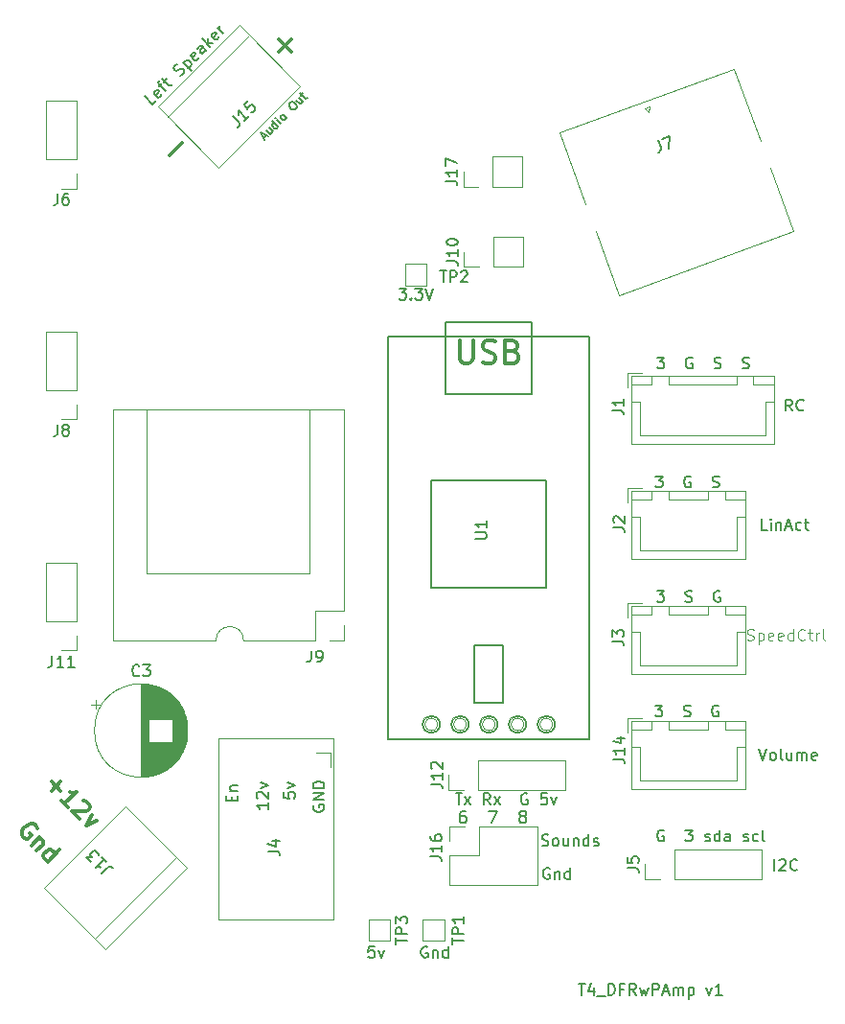
<source format=gbr>
G04 #@! TF.GenerationSoftware,KiCad,Pcbnew,(6.0.7)*
G04 #@! TF.CreationDate,2023-04-27T15:35:51-05:00*
G04 #@! TF.ProjectId,ControlBoardT4_DFminiSound_PowerAmp,436f6e74-726f-46c4-926f-61726454345f,rev?*
G04 #@! TF.SameCoordinates,Original*
G04 #@! TF.FileFunction,Legend,Top*
G04 #@! TF.FilePolarity,Positive*
%FSLAX46Y46*%
G04 Gerber Fmt 4.6, Leading zero omitted, Abs format (unit mm)*
G04 Created by KiCad (PCBNEW (6.0.7)) date 2023-04-27 15:35:51*
%MOMM*%
%LPD*%
G01*
G04 APERTURE LIST*
%ADD10C,0.300000*%
%ADD11C,0.150000*%
%ADD12C,0.350000*%
%ADD13C,0.152400*%
%ADD14C,0.120000*%
G04 APERTURE END LIST*
D10*
X111073477Y-140837816D02*
X111022969Y-140686294D01*
X110871446Y-140534771D01*
X110669416Y-140433755D01*
X110467385Y-140433755D01*
X110315862Y-140484263D01*
X110063324Y-140635786D01*
X109911801Y-140787309D01*
X109760278Y-141039847D01*
X109709771Y-141191370D01*
X109709771Y-141393400D01*
X109810786Y-141595431D01*
X109911801Y-141696446D01*
X110113832Y-141797461D01*
X110214847Y-141797461D01*
X110568400Y-141443908D01*
X110366370Y-141241877D01*
X111275507Y-141645938D02*
X110568400Y-142353045D01*
X111174492Y-141746954D02*
X111275507Y-141746954D01*
X111427030Y-141797461D01*
X111578553Y-141948984D01*
X111629061Y-142100507D01*
X111578553Y-142252030D01*
X111022969Y-142807614D01*
X111982614Y-143767259D02*
X113043274Y-142706599D01*
X112033122Y-143716751D02*
X111881599Y-143666244D01*
X111679568Y-143464213D01*
X111629061Y-143312690D01*
X111629061Y-143211675D01*
X111679568Y-143060152D01*
X111982614Y-142757106D01*
X112134137Y-142706599D01*
X112235152Y-142706599D01*
X112386675Y-142757106D01*
X112588705Y-142959137D01*
X112639213Y-143110660D01*
D11*
X131034859Y-79881916D02*
X131287398Y-79629378D01*
X131135875Y-80083947D02*
X130782321Y-79376840D01*
X131489428Y-79730393D01*
X131539936Y-78972779D02*
X131893489Y-79326332D01*
X131312651Y-79200063D02*
X131590443Y-79477855D01*
X131666205Y-79503109D01*
X131741966Y-79477855D01*
X131817728Y-79402094D01*
X131842981Y-79326332D01*
X131842981Y-79275825D01*
X132373312Y-78846510D02*
X131842981Y-78316180D01*
X132348058Y-78821256D02*
X132322804Y-78897018D01*
X132221789Y-78998033D01*
X132146027Y-79023287D01*
X132095520Y-79023287D01*
X132019758Y-78998033D01*
X131868235Y-78846510D01*
X131842981Y-78770748D01*
X131842981Y-78720241D01*
X131868235Y-78644479D01*
X131969251Y-78543464D01*
X132045012Y-78518210D01*
X132625850Y-78593972D02*
X132272296Y-78240418D01*
X132095520Y-78063642D02*
X132095520Y-78114149D01*
X132146027Y-78114149D01*
X132146027Y-78063642D01*
X132095520Y-78063642D01*
X132146027Y-78114149D01*
X132954149Y-78265672D02*
X132878388Y-78290926D01*
X132827880Y-78290926D01*
X132752119Y-78265672D01*
X132600596Y-78114149D01*
X132575342Y-78038388D01*
X132575342Y-77987880D01*
X132600596Y-77912119D01*
X132676357Y-77836357D01*
X132752119Y-77811104D01*
X132802626Y-77811104D01*
X132878388Y-77836357D01*
X133029911Y-77987880D01*
X133055165Y-78063642D01*
X133055165Y-78114149D01*
X133029911Y-78189911D01*
X132954149Y-78265672D01*
X133332956Y-76826205D02*
X133433972Y-76725190D01*
X133509733Y-76699936D01*
X133610748Y-76699936D01*
X133737018Y-76775697D01*
X133913794Y-76952474D01*
X133989556Y-77078743D01*
X133989556Y-77179758D01*
X133964302Y-77255520D01*
X133863287Y-77356535D01*
X133787525Y-77381789D01*
X133686510Y-77381789D01*
X133560241Y-77306027D01*
X133383464Y-77129251D01*
X133307703Y-77002981D01*
X133307703Y-76901966D01*
X133332956Y-76826205D01*
X134191586Y-76321129D02*
X134545140Y-76674682D01*
X133964302Y-76548413D02*
X134242094Y-76826205D01*
X134317855Y-76851459D01*
X134393617Y-76826205D01*
X134469378Y-76750443D01*
X134494632Y-76674682D01*
X134494632Y-76624174D01*
X134368363Y-76144352D02*
X134570393Y-75942321D01*
X134267348Y-75891814D02*
X134721916Y-76346382D01*
X134797678Y-76371636D01*
X134873439Y-76346382D01*
X134923947Y-76295875D01*
X165870357Y-99242380D02*
X166489404Y-99242380D01*
X166156071Y-99623333D01*
X166298928Y-99623333D01*
X166394166Y-99670952D01*
X166441785Y-99718571D01*
X166489404Y-99813809D01*
X166489404Y-100051904D01*
X166441785Y-100147142D01*
X166394166Y-100194761D01*
X166298928Y-100242380D01*
X166013214Y-100242380D01*
X165917976Y-100194761D01*
X165870357Y-100147142D01*
X168965595Y-99290000D02*
X168870357Y-99242380D01*
X168727500Y-99242380D01*
X168584642Y-99290000D01*
X168489404Y-99385238D01*
X168441785Y-99480476D01*
X168394166Y-99670952D01*
X168394166Y-99813809D01*
X168441785Y-100004285D01*
X168489404Y-100099523D01*
X168584642Y-100194761D01*
X168727500Y-100242380D01*
X168822738Y-100242380D01*
X168965595Y-100194761D01*
X169013214Y-100147142D01*
X169013214Y-99813809D01*
X168822738Y-99813809D01*
X170917976Y-100194761D02*
X171060833Y-100242380D01*
X171298928Y-100242380D01*
X171394166Y-100194761D01*
X171441785Y-100147142D01*
X171489404Y-100051904D01*
X171489404Y-99956666D01*
X171441785Y-99861428D01*
X171394166Y-99813809D01*
X171298928Y-99766190D01*
X171108452Y-99718571D01*
X171013214Y-99670952D01*
X170965595Y-99623333D01*
X170917976Y-99528095D01*
X170917976Y-99432857D01*
X170965595Y-99337619D01*
X171013214Y-99290000D01*
X171108452Y-99242380D01*
X171346547Y-99242380D01*
X171489404Y-99290000D01*
X173394166Y-100194761D02*
X173537023Y-100242380D01*
X173775119Y-100242380D01*
X173870357Y-100194761D01*
X173917976Y-100147142D01*
X173965595Y-100051904D01*
X173965595Y-99956666D01*
X173917976Y-99861428D01*
X173870357Y-99813809D01*
X173775119Y-99766190D01*
X173584642Y-99718571D01*
X173489404Y-99670952D01*
X173441785Y-99623333D01*
X173394166Y-99528095D01*
X173394166Y-99432857D01*
X173441785Y-99337619D01*
X173489404Y-99290000D01*
X173584642Y-99242380D01*
X173822738Y-99242380D01*
X173965595Y-99290000D01*
X165710357Y-109742380D02*
X166329404Y-109742380D01*
X165996071Y-110123333D01*
X166138928Y-110123333D01*
X166234166Y-110170952D01*
X166281785Y-110218571D01*
X166329404Y-110313809D01*
X166329404Y-110551904D01*
X166281785Y-110647142D01*
X166234166Y-110694761D01*
X166138928Y-110742380D01*
X165853214Y-110742380D01*
X165757976Y-110694761D01*
X165710357Y-110647142D01*
X168805595Y-109790000D02*
X168710357Y-109742380D01*
X168567500Y-109742380D01*
X168424642Y-109790000D01*
X168329404Y-109885238D01*
X168281785Y-109980476D01*
X168234166Y-110170952D01*
X168234166Y-110313809D01*
X168281785Y-110504285D01*
X168329404Y-110599523D01*
X168424642Y-110694761D01*
X168567500Y-110742380D01*
X168662738Y-110742380D01*
X168805595Y-110694761D01*
X168853214Y-110647142D01*
X168853214Y-110313809D01*
X168662738Y-110313809D01*
X170757976Y-110694761D02*
X170900833Y-110742380D01*
X171138928Y-110742380D01*
X171234166Y-110694761D01*
X171281785Y-110647142D01*
X171329404Y-110551904D01*
X171329404Y-110456666D01*
X171281785Y-110361428D01*
X171234166Y-110313809D01*
X171138928Y-110266190D01*
X170948452Y-110218571D01*
X170853214Y-110170952D01*
X170805595Y-110123333D01*
X170757976Y-110028095D01*
X170757976Y-109932857D01*
X170805595Y-109837619D01*
X170853214Y-109790000D01*
X170948452Y-109742380D01*
X171186547Y-109742380D01*
X171329404Y-109790000D01*
X165700357Y-129972380D02*
X166319404Y-129972380D01*
X165986071Y-130353333D01*
X166128928Y-130353333D01*
X166224166Y-130400952D01*
X166271785Y-130448571D01*
X166319404Y-130543809D01*
X166319404Y-130781904D01*
X166271785Y-130877142D01*
X166224166Y-130924761D01*
X166128928Y-130972380D01*
X165843214Y-130972380D01*
X165747976Y-130924761D01*
X165700357Y-130877142D01*
X168224166Y-130924761D02*
X168367023Y-130972380D01*
X168605119Y-130972380D01*
X168700357Y-130924761D01*
X168747976Y-130877142D01*
X168795595Y-130781904D01*
X168795595Y-130686666D01*
X168747976Y-130591428D01*
X168700357Y-130543809D01*
X168605119Y-130496190D01*
X168414642Y-130448571D01*
X168319404Y-130400952D01*
X168271785Y-130353333D01*
X168224166Y-130258095D01*
X168224166Y-130162857D01*
X168271785Y-130067619D01*
X168319404Y-130020000D01*
X168414642Y-129972380D01*
X168652738Y-129972380D01*
X168795595Y-130020000D01*
X171271785Y-130020000D02*
X171176547Y-129972380D01*
X171033690Y-129972380D01*
X170890833Y-130020000D01*
X170795595Y-130115238D01*
X170747976Y-130210476D01*
X170700357Y-130400952D01*
X170700357Y-130543809D01*
X170747976Y-130734285D01*
X170795595Y-130829523D01*
X170890833Y-130924761D01*
X171033690Y-130972380D01*
X171128928Y-130972380D01*
X171271785Y-130924761D01*
X171319404Y-130877142D01*
X171319404Y-130543809D01*
X171128928Y-130543809D01*
X166434404Y-141025000D02*
X166339166Y-140977380D01*
X166196309Y-140977380D01*
X166053452Y-141025000D01*
X165958214Y-141120238D01*
X165910595Y-141215476D01*
X165862976Y-141405952D01*
X165862976Y-141548809D01*
X165910595Y-141739285D01*
X165958214Y-141834523D01*
X166053452Y-141929761D01*
X166196309Y-141977380D01*
X166291547Y-141977380D01*
X166434404Y-141929761D01*
X166482023Y-141882142D01*
X166482023Y-141548809D01*
X166291547Y-141548809D01*
X168339166Y-140977380D02*
X168958214Y-140977380D01*
X168624880Y-141358333D01*
X168767738Y-141358333D01*
X168862976Y-141405952D01*
X168910595Y-141453571D01*
X168958214Y-141548809D01*
X168958214Y-141786904D01*
X168910595Y-141882142D01*
X168862976Y-141929761D01*
X168767738Y-141977380D01*
X168482023Y-141977380D01*
X168386785Y-141929761D01*
X168339166Y-141882142D01*
X170101071Y-141929761D02*
X170196309Y-141977380D01*
X170386785Y-141977380D01*
X170482023Y-141929761D01*
X170529642Y-141834523D01*
X170529642Y-141786904D01*
X170482023Y-141691666D01*
X170386785Y-141644047D01*
X170243928Y-141644047D01*
X170148690Y-141596428D01*
X170101071Y-141501190D01*
X170101071Y-141453571D01*
X170148690Y-141358333D01*
X170243928Y-141310714D01*
X170386785Y-141310714D01*
X170482023Y-141358333D01*
X171386785Y-141977380D02*
X171386785Y-140977380D01*
X171386785Y-141929761D02*
X171291547Y-141977380D01*
X171101071Y-141977380D01*
X171005833Y-141929761D01*
X170958214Y-141882142D01*
X170910595Y-141786904D01*
X170910595Y-141501190D01*
X170958214Y-141405952D01*
X171005833Y-141358333D01*
X171101071Y-141310714D01*
X171291547Y-141310714D01*
X171386785Y-141358333D01*
X172291547Y-141977380D02*
X172291547Y-141453571D01*
X172243928Y-141358333D01*
X172148690Y-141310714D01*
X171958214Y-141310714D01*
X171862976Y-141358333D01*
X172291547Y-141929761D02*
X172196309Y-141977380D01*
X171958214Y-141977380D01*
X171862976Y-141929761D01*
X171815357Y-141834523D01*
X171815357Y-141739285D01*
X171862976Y-141644047D01*
X171958214Y-141596428D01*
X172196309Y-141596428D01*
X172291547Y-141548809D01*
X173482023Y-141929761D02*
X173577261Y-141977380D01*
X173767738Y-141977380D01*
X173862976Y-141929761D01*
X173910595Y-141834523D01*
X173910595Y-141786904D01*
X173862976Y-141691666D01*
X173767738Y-141644047D01*
X173624880Y-141644047D01*
X173529642Y-141596428D01*
X173482023Y-141501190D01*
X173482023Y-141453571D01*
X173529642Y-141358333D01*
X173624880Y-141310714D01*
X173767738Y-141310714D01*
X173862976Y-141358333D01*
X174767738Y-141929761D02*
X174672500Y-141977380D01*
X174482023Y-141977380D01*
X174386785Y-141929761D01*
X174339166Y-141882142D01*
X174291547Y-141786904D01*
X174291547Y-141501190D01*
X174339166Y-141405952D01*
X174386785Y-141358333D01*
X174482023Y-141310714D01*
X174672500Y-141310714D01*
X174767738Y-141358333D01*
X175339166Y-141977380D02*
X175243928Y-141929761D01*
X175196309Y-141834523D01*
X175196309Y-140977380D01*
X165830357Y-119842380D02*
X166449404Y-119842380D01*
X166116071Y-120223333D01*
X166258928Y-120223333D01*
X166354166Y-120270952D01*
X166401785Y-120318571D01*
X166449404Y-120413809D01*
X166449404Y-120651904D01*
X166401785Y-120747142D01*
X166354166Y-120794761D01*
X166258928Y-120842380D01*
X165973214Y-120842380D01*
X165877976Y-120794761D01*
X165830357Y-120747142D01*
X168354166Y-120794761D02*
X168497023Y-120842380D01*
X168735119Y-120842380D01*
X168830357Y-120794761D01*
X168877976Y-120747142D01*
X168925595Y-120651904D01*
X168925595Y-120556666D01*
X168877976Y-120461428D01*
X168830357Y-120413809D01*
X168735119Y-120366190D01*
X168544642Y-120318571D01*
X168449404Y-120270952D01*
X168401785Y-120223333D01*
X168354166Y-120128095D01*
X168354166Y-120032857D01*
X168401785Y-119937619D01*
X168449404Y-119890000D01*
X168544642Y-119842380D01*
X168782738Y-119842380D01*
X168925595Y-119890000D01*
X171401785Y-119890000D02*
X171306547Y-119842380D01*
X171163690Y-119842380D01*
X171020833Y-119890000D01*
X170925595Y-119985238D01*
X170877976Y-120080476D01*
X170830357Y-120270952D01*
X170830357Y-120413809D01*
X170877976Y-120604285D01*
X170925595Y-120699523D01*
X171020833Y-120794761D01*
X171163690Y-120842380D01*
X171258928Y-120842380D01*
X171401785Y-120794761D01*
X171449404Y-120747142D01*
X171449404Y-120413809D01*
X171258928Y-120413809D01*
D10*
X112330963Y-136707486D02*
X113139086Y-137515608D01*
X112330963Y-137515608D02*
X113139086Y-136707486D01*
X113795685Y-138980330D02*
X113189593Y-138374238D01*
X113492639Y-138677284D02*
X114553299Y-137616624D01*
X114300761Y-137667131D01*
X114098730Y-137667131D01*
X113947208Y-137616624D01*
X115159391Y-138424746D02*
X115260406Y-138424746D01*
X115411929Y-138475253D01*
X115664467Y-138727791D01*
X115714975Y-138879314D01*
X115714975Y-138980330D01*
X115664467Y-139131852D01*
X115563452Y-139232868D01*
X115361421Y-139333883D01*
X114149238Y-139333883D01*
X114805837Y-139990482D01*
X115866497Y-139636929D02*
X115411929Y-140596574D01*
X116371574Y-140142005D01*
X148426190Y-97764761D02*
X148426190Y-99383809D01*
X148521428Y-99574285D01*
X148616666Y-99669523D01*
X148807142Y-99764761D01*
X149188095Y-99764761D01*
X149378571Y-99669523D01*
X149473809Y-99574285D01*
X149569047Y-99383809D01*
X149569047Y-97764761D01*
X150426190Y-99669523D02*
X150711904Y-99764761D01*
X151188095Y-99764761D01*
X151378571Y-99669523D01*
X151473809Y-99574285D01*
X151569047Y-99383809D01*
X151569047Y-99193333D01*
X151473809Y-99002857D01*
X151378571Y-98907619D01*
X151188095Y-98812380D01*
X150807142Y-98717142D01*
X150616666Y-98621904D01*
X150521428Y-98526666D01*
X150426190Y-98336190D01*
X150426190Y-98145714D01*
X150521428Y-97955238D01*
X150616666Y-97860000D01*
X150807142Y-97764761D01*
X151283333Y-97764761D01*
X151569047Y-97860000D01*
X153092857Y-98717142D02*
X153378571Y-98812380D01*
X153473809Y-98907619D01*
X153569047Y-99098095D01*
X153569047Y-99383809D01*
X153473809Y-99574285D01*
X153378571Y-99669523D01*
X153188095Y-99764761D01*
X152426190Y-99764761D01*
X152426190Y-97764761D01*
X153092857Y-97764761D01*
X153283333Y-97860000D01*
X153378571Y-97955238D01*
X153473809Y-98145714D01*
X153473809Y-98336190D01*
X153378571Y-98526666D01*
X153283333Y-98621904D01*
X153092857Y-98717142D01*
X152426190Y-98717142D01*
D11*
X156337142Y-144380000D02*
X156241904Y-144332380D01*
X156099047Y-144332380D01*
X155956190Y-144380000D01*
X155860952Y-144475238D01*
X155813333Y-144570476D01*
X155765714Y-144760952D01*
X155765714Y-144903809D01*
X155813333Y-145094285D01*
X155860952Y-145189523D01*
X155956190Y-145284761D01*
X156099047Y-145332380D01*
X156194285Y-145332380D01*
X156337142Y-145284761D01*
X156384761Y-145237142D01*
X156384761Y-144903809D01*
X156194285Y-144903809D01*
X156813333Y-144665714D02*
X156813333Y-145332380D01*
X156813333Y-144760952D02*
X156860952Y-144713333D01*
X156956190Y-144665714D01*
X157099047Y-144665714D01*
X157194285Y-144713333D01*
X157241904Y-144808571D01*
X157241904Y-145332380D01*
X158146666Y-145332380D02*
X158146666Y-144332380D01*
X158146666Y-145284761D02*
X158051428Y-145332380D01*
X157860952Y-145332380D01*
X157765714Y-145284761D01*
X157718095Y-145237142D01*
X157670476Y-145141904D01*
X157670476Y-144856190D01*
X157718095Y-144760952D01*
X157765714Y-144713333D01*
X157860952Y-144665714D01*
X158051428Y-144665714D01*
X158146666Y-144713333D01*
D12*
X132404267Y-72267763D02*
X133481763Y-71190267D01*
X133481763Y-72267763D02*
X132404267Y-71190267D01*
D11*
X148053809Y-137742380D02*
X148625238Y-137742380D01*
X148339523Y-138742380D02*
X148339523Y-137742380D01*
X148863333Y-138742380D02*
X149387142Y-138075714D01*
X148863333Y-138075714D02*
X149387142Y-138742380D01*
X151101428Y-138742380D02*
X150768095Y-138266190D01*
X150530000Y-138742380D02*
X150530000Y-137742380D01*
X150910952Y-137742380D01*
X151006190Y-137790000D01*
X151053809Y-137837619D01*
X151101428Y-137932857D01*
X151101428Y-138075714D01*
X151053809Y-138170952D01*
X151006190Y-138218571D01*
X150910952Y-138266190D01*
X150530000Y-138266190D01*
X151434761Y-138742380D02*
X151958571Y-138075714D01*
X151434761Y-138075714D02*
X151958571Y-138742380D01*
X154387142Y-137790000D02*
X154291904Y-137742380D01*
X154149047Y-137742380D01*
X154006190Y-137790000D01*
X153910952Y-137885238D01*
X153863333Y-137980476D01*
X153815714Y-138170952D01*
X153815714Y-138313809D01*
X153863333Y-138504285D01*
X153910952Y-138599523D01*
X154006190Y-138694761D01*
X154149047Y-138742380D01*
X154244285Y-138742380D01*
X154387142Y-138694761D01*
X154434761Y-138647142D01*
X154434761Y-138313809D01*
X154244285Y-138313809D01*
X156101428Y-137742380D02*
X155625238Y-137742380D01*
X155577619Y-138218571D01*
X155625238Y-138170952D01*
X155720476Y-138123333D01*
X155958571Y-138123333D01*
X156053809Y-138170952D01*
X156101428Y-138218571D01*
X156149047Y-138313809D01*
X156149047Y-138551904D01*
X156101428Y-138647142D01*
X156053809Y-138694761D01*
X155958571Y-138742380D01*
X155720476Y-138742380D01*
X155625238Y-138694761D01*
X155577619Y-138647142D01*
X156482380Y-138075714D02*
X156720476Y-138742380D01*
X156958571Y-138075714D01*
X158919047Y-154552380D02*
X159490476Y-154552380D01*
X159204761Y-155552380D02*
X159204761Y-154552380D01*
X160252380Y-154885714D02*
X160252380Y-155552380D01*
X160014285Y-154504761D02*
X159776190Y-155219047D01*
X160395238Y-155219047D01*
X160538095Y-155647619D02*
X161300000Y-155647619D01*
X161538095Y-155552380D02*
X161538095Y-154552380D01*
X161776190Y-154552380D01*
X161919047Y-154600000D01*
X162014285Y-154695238D01*
X162061904Y-154790476D01*
X162109523Y-154980952D01*
X162109523Y-155123809D01*
X162061904Y-155314285D01*
X162014285Y-155409523D01*
X161919047Y-155504761D01*
X161776190Y-155552380D01*
X161538095Y-155552380D01*
X162871428Y-155028571D02*
X162538095Y-155028571D01*
X162538095Y-155552380D02*
X162538095Y-154552380D01*
X163014285Y-154552380D01*
X163966666Y-155552380D02*
X163633333Y-155076190D01*
X163395238Y-155552380D02*
X163395238Y-154552380D01*
X163776190Y-154552380D01*
X163871428Y-154600000D01*
X163919047Y-154647619D01*
X163966666Y-154742857D01*
X163966666Y-154885714D01*
X163919047Y-154980952D01*
X163871428Y-155028571D01*
X163776190Y-155076190D01*
X163395238Y-155076190D01*
X164300000Y-154885714D02*
X164490476Y-155552380D01*
X164680952Y-155076190D01*
X164871428Y-155552380D01*
X165061904Y-154885714D01*
X165442857Y-155552380D02*
X165442857Y-154552380D01*
X165823809Y-154552380D01*
X165919047Y-154600000D01*
X165966666Y-154647619D01*
X166014285Y-154742857D01*
X166014285Y-154885714D01*
X165966666Y-154980952D01*
X165919047Y-155028571D01*
X165823809Y-155076190D01*
X165442857Y-155076190D01*
X166395238Y-155266666D02*
X166871428Y-155266666D01*
X166300000Y-155552380D02*
X166633333Y-154552380D01*
X166966666Y-155552380D01*
X167300000Y-155552380D02*
X167300000Y-154885714D01*
X167300000Y-154980952D02*
X167347619Y-154933333D01*
X167442857Y-154885714D01*
X167585714Y-154885714D01*
X167680952Y-154933333D01*
X167728571Y-155028571D01*
X167728571Y-155552380D01*
X167728571Y-155028571D02*
X167776190Y-154933333D01*
X167871428Y-154885714D01*
X168014285Y-154885714D01*
X168109523Y-154933333D01*
X168157142Y-155028571D01*
X168157142Y-155552380D01*
X168633333Y-154885714D02*
X168633333Y-155885714D01*
X168633333Y-154933333D02*
X168728571Y-154885714D01*
X168919047Y-154885714D01*
X169014285Y-154933333D01*
X169061904Y-154980952D01*
X169109523Y-155076190D01*
X169109523Y-155361904D01*
X169061904Y-155457142D01*
X169014285Y-155504761D01*
X168919047Y-155552380D01*
X168728571Y-155552380D01*
X168633333Y-155504761D01*
X170204761Y-154885714D02*
X170442857Y-155552380D01*
X170680952Y-154885714D01*
X171585714Y-155552380D02*
X171014285Y-155552380D01*
X171300000Y-155552380D02*
X171300000Y-154552380D01*
X171204761Y-154695238D01*
X171109523Y-154790476D01*
X171014285Y-154838095D01*
X155660000Y-142334761D02*
X155802857Y-142382380D01*
X156040952Y-142382380D01*
X156136190Y-142334761D01*
X156183809Y-142287142D01*
X156231428Y-142191904D01*
X156231428Y-142096666D01*
X156183809Y-142001428D01*
X156136190Y-141953809D01*
X156040952Y-141906190D01*
X155850476Y-141858571D01*
X155755238Y-141810952D01*
X155707619Y-141763333D01*
X155660000Y-141668095D01*
X155660000Y-141572857D01*
X155707619Y-141477619D01*
X155755238Y-141430000D01*
X155850476Y-141382380D01*
X156088571Y-141382380D01*
X156231428Y-141430000D01*
X156802857Y-142382380D02*
X156707619Y-142334761D01*
X156660000Y-142287142D01*
X156612380Y-142191904D01*
X156612380Y-141906190D01*
X156660000Y-141810952D01*
X156707619Y-141763333D01*
X156802857Y-141715714D01*
X156945714Y-141715714D01*
X157040952Y-141763333D01*
X157088571Y-141810952D01*
X157136190Y-141906190D01*
X157136190Y-142191904D01*
X157088571Y-142287142D01*
X157040952Y-142334761D01*
X156945714Y-142382380D01*
X156802857Y-142382380D01*
X157993333Y-141715714D02*
X157993333Y-142382380D01*
X157564761Y-141715714D02*
X157564761Y-142239523D01*
X157612380Y-142334761D01*
X157707619Y-142382380D01*
X157850476Y-142382380D01*
X157945714Y-142334761D01*
X157993333Y-142287142D01*
X158469523Y-141715714D02*
X158469523Y-142382380D01*
X158469523Y-141810952D02*
X158517142Y-141763333D01*
X158612380Y-141715714D01*
X158755238Y-141715714D01*
X158850476Y-141763333D01*
X158898095Y-141858571D01*
X158898095Y-142382380D01*
X159802857Y-142382380D02*
X159802857Y-141382380D01*
X159802857Y-142334761D02*
X159707619Y-142382380D01*
X159517142Y-142382380D01*
X159421904Y-142334761D01*
X159374285Y-142287142D01*
X159326666Y-142191904D01*
X159326666Y-141906190D01*
X159374285Y-141810952D01*
X159421904Y-141763333D01*
X159517142Y-141715714D01*
X159707619Y-141715714D01*
X159802857Y-141763333D01*
X160231428Y-142334761D02*
X160326666Y-142382380D01*
X160517142Y-142382380D01*
X160612380Y-142334761D01*
X160660000Y-142239523D01*
X160660000Y-142191904D01*
X160612380Y-142096666D01*
X160517142Y-142049047D01*
X160374285Y-142049047D01*
X160279047Y-142001428D01*
X160231428Y-141906190D01*
X160231428Y-141858571D01*
X160279047Y-141763333D01*
X160374285Y-141715714D01*
X160517142Y-141715714D01*
X160612380Y-141763333D01*
D13*
X148891600Y-139305800D02*
X148688400Y-139305800D01*
X148586800Y-139356600D01*
X148536000Y-139407400D01*
X148434400Y-139559800D01*
X148383600Y-139763000D01*
X148383600Y-140169400D01*
X148434400Y-140271000D01*
X148485200Y-140321800D01*
X148586800Y-140372600D01*
X148790000Y-140372600D01*
X148891600Y-140321800D01*
X148942400Y-140271000D01*
X148993200Y-140169400D01*
X148993200Y-139915400D01*
X148942400Y-139813800D01*
X148891600Y-139763000D01*
X148790000Y-139712200D01*
X148586800Y-139712200D01*
X148485200Y-139763000D01*
X148434400Y-139813800D01*
X148383600Y-139915400D01*
X150974400Y-139305800D02*
X151685600Y-139305800D01*
X151228400Y-140372600D01*
X153870000Y-139763000D02*
X153768400Y-139712200D01*
X153717600Y-139661400D01*
X153666800Y-139559800D01*
X153666800Y-139509000D01*
X153717600Y-139407400D01*
X153768400Y-139356600D01*
X153870000Y-139305800D01*
X154073200Y-139305800D01*
X154174800Y-139356600D01*
X154225600Y-139407400D01*
X154276400Y-139509000D01*
X154276400Y-139559800D01*
X154225600Y-139661400D01*
X154174800Y-139712200D01*
X154073200Y-139763000D01*
X153870000Y-139763000D01*
X153768400Y-139813800D01*
X153717600Y-139864600D01*
X153666800Y-139966200D01*
X153666800Y-140169400D01*
X153717600Y-140271000D01*
X153768400Y-140321800D01*
X153870000Y-140372600D01*
X154073200Y-140372600D01*
X154174800Y-140321800D01*
X154225600Y-140271000D01*
X154276400Y-140169400D01*
X154276400Y-139966200D01*
X154225600Y-139864600D01*
X154174800Y-139813800D01*
X154073200Y-139763000D01*
D12*
X122752267Y-81411763D02*
X123829763Y-80334267D01*
D11*
X116789306Y-144789614D02*
X117294382Y-144284538D01*
X117429069Y-144217195D01*
X117563756Y-144217195D01*
X117698443Y-144284538D01*
X117765787Y-144351882D01*
X116789306Y-143375401D02*
X117193367Y-143779462D01*
X116991337Y-143577431D02*
X116284230Y-144284538D01*
X116452589Y-144250866D01*
X116587276Y-144250866D01*
X116688291Y-144284538D01*
X115846497Y-143846805D02*
X115408764Y-143409073D01*
X115913841Y-143375401D01*
X115812825Y-143274386D01*
X115779154Y-143173370D01*
X115779154Y-143106027D01*
X115812825Y-143005012D01*
X115981184Y-142836653D01*
X116082199Y-142802981D01*
X116149543Y-142802981D01*
X116250558Y-142836653D01*
X116452589Y-143038683D01*
X116486260Y-143139699D01*
X116486260Y-143207042D01*
X147752380Y-151061904D02*
X147752380Y-150490476D01*
X148752380Y-150776190D02*
X147752380Y-150776190D01*
X148752380Y-150157142D02*
X147752380Y-150157142D01*
X147752380Y-149776190D01*
X147800000Y-149680952D01*
X147847619Y-149633333D01*
X147942857Y-149585714D01*
X148085714Y-149585714D01*
X148180952Y-149633333D01*
X148228571Y-149680952D01*
X148276190Y-149776190D01*
X148276190Y-150157142D01*
X148752380Y-148633333D02*
X148752380Y-149204761D01*
X148752380Y-148919047D02*
X147752380Y-148919047D01*
X147895238Y-149014285D01*
X147990476Y-149109523D01*
X148038095Y-149204761D01*
X145557142Y-151300000D02*
X145461904Y-151252380D01*
X145319047Y-151252380D01*
X145176190Y-151300000D01*
X145080952Y-151395238D01*
X145033333Y-151490476D01*
X144985714Y-151680952D01*
X144985714Y-151823809D01*
X145033333Y-152014285D01*
X145080952Y-152109523D01*
X145176190Y-152204761D01*
X145319047Y-152252380D01*
X145414285Y-152252380D01*
X145557142Y-152204761D01*
X145604761Y-152157142D01*
X145604761Y-151823809D01*
X145414285Y-151823809D01*
X146033333Y-151585714D02*
X146033333Y-152252380D01*
X146033333Y-151680952D02*
X146080952Y-151633333D01*
X146176190Y-151585714D01*
X146319047Y-151585714D01*
X146414285Y-151633333D01*
X146461904Y-151728571D01*
X146461904Y-152252380D01*
X147366666Y-152252380D02*
X147366666Y-151252380D01*
X147366666Y-152204761D02*
X147271428Y-152252380D01*
X147080952Y-152252380D01*
X146985714Y-152204761D01*
X146938095Y-152157142D01*
X146890476Y-152061904D01*
X146890476Y-151776190D01*
X146938095Y-151680952D01*
X146985714Y-151633333D01*
X147080952Y-151585714D01*
X147271428Y-151585714D01*
X147366666Y-151633333D01*
X128349512Y-77965719D02*
X128854588Y-78470795D01*
X128921931Y-78605482D01*
X128921931Y-78740169D01*
X128854588Y-78874856D01*
X128787244Y-78942200D01*
X129763725Y-77965719D02*
X129359664Y-78369780D01*
X129561695Y-78167750D02*
X128854588Y-77460643D01*
X128888260Y-77629002D01*
X128888260Y-77763689D01*
X128854588Y-77864704D01*
X129696382Y-76618849D02*
X129359664Y-76955567D01*
X129662710Y-77325956D01*
X129662710Y-77258612D01*
X129696382Y-77157597D01*
X129864740Y-76989238D01*
X129965756Y-76955567D01*
X130033099Y-76955567D01*
X130134114Y-76989238D01*
X130302473Y-77157597D01*
X130336145Y-77258612D01*
X130336145Y-77325956D01*
X130302473Y-77426971D01*
X130134114Y-77595330D01*
X130033099Y-77629002D01*
X129965756Y-77629002D01*
X121574618Y-76555144D02*
X121237901Y-76891862D01*
X120530794Y-76184755D01*
X122046023Y-76016396D02*
X122012351Y-76117411D01*
X121877664Y-76252098D01*
X121776649Y-76285770D01*
X121675633Y-76252098D01*
X121406259Y-75982724D01*
X121372588Y-75881709D01*
X121406259Y-75780694D01*
X121540946Y-75646007D01*
X121641962Y-75612335D01*
X121742977Y-75646007D01*
X121810320Y-75713350D01*
X121540946Y-76117411D01*
X121843992Y-75342961D02*
X122113366Y-75073587D01*
X122416412Y-75713350D02*
X121810320Y-75107259D01*
X121776649Y-75006244D01*
X121810320Y-74905228D01*
X121877664Y-74837885D01*
X122248053Y-74938900D02*
X122517427Y-74669526D01*
X122113366Y-74602183D02*
X122719458Y-75208274D01*
X122820473Y-75241946D01*
X122921488Y-75208274D01*
X122988832Y-75140931D01*
X123695938Y-74366480D02*
X123830625Y-74299137D01*
X123998984Y-74130778D01*
X124032656Y-74029763D01*
X124032656Y-73962419D01*
X123998984Y-73861404D01*
X123931641Y-73794061D01*
X123830625Y-73760389D01*
X123763282Y-73760389D01*
X123662267Y-73794061D01*
X123493908Y-73895076D01*
X123392893Y-73928748D01*
X123325549Y-73928748D01*
X123224534Y-73895076D01*
X123157190Y-73827732D01*
X123123519Y-73726717D01*
X123123519Y-73659374D01*
X123157190Y-73558358D01*
X123325549Y-73390000D01*
X123460236Y-73322656D01*
X123965312Y-73221641D02*
X124672419Y-73928748D01*
X123998984Y-73255312D02*
X124032656Y-73154297D01*
X124167343Y-73019610D01*
X124268358Y-72985938D01*
X124335702Y-72985938D01*
X124436717Y-73019610D01*
X124638748Y-73221641D01*
X124672419Y-73322656D01*
X124672419Y-73390000D01*
X124638748Y-73491015D01*
X124504061Y-73625702D01*
X124403045Y-73659374D01*
X125312183Y-72750236D02*
X125278511Y-72851251D01*
X125143824Y-72985938D01*
X125042809Y-73019610D01*
X124941793Y-72985938D01*
X124672419Y-72716564D01*
X124638748Y-72615549D01*
X124672419Y-72514534D01*
X124807106Y-72379847D01*
X124908122Y-72346175D01*
X125009137Y-72379847D01*
X125076480Y-72447190D01*
X124807106Y-72851251D01*
X125985618Y-72144145D02*
X125615228Y-71773755D01*
X125514213Y-71740084D01*
X125413198Y-71773755D01*
X125278511Y-71908442D01*
X125244839Y-72009458D01*
X125951946Y-72110473D02*
X125918274Y-72211488D01*
X125749915Y-72379847D01*
X125648900Y-72413519D01*
X125547885Y-72379847D01*
X125480541Y-72312503D01*
X125446870Y-72211488D01*
X125480541Y-72110473D01*
X125648900Y-71942114D01*
X125682572Y-71841099D01*
X126322335Y-71807427D02*
X125615228Y-71100320D01*
X126120305Y-71470710D02*
X126591709Y-71538053D01*
X126120305Y-71066649D02*
X126120305Y-71605397D01*
X127130457Y-70931962D02*
X127096785Y-71032977D01*
X126962098Y-71167664D01*
X126861083Y-71201336D01*
X126760068Y-71167664D01*
X126490694Y-70898290D01*
X126457022Y-70797275D01*
X126490694Y-70696259D01*
X126625381Y-70561572D01*
X126726396Y-70527901D01*
X126827411Y-70561572D01*
X126894755Y-70628916D01*
X126625381Y-71032977D01*
X127500846Y-70628916D02*
X127029442Y-70157511D01*
X127164129Y-70292198D02*
X127130457Y-70191183D01*
X127130457Y-70123840D01*
X127164129Y-70022824D01*
X127231472Y-69955481D01*
X112866666Y-84782380D02*
X112866666Y-85496666D01*
X112819047Y-85639523D01*
X112723809Y-85734761D01*
X112580952Y-85782380D01*
X112485714Y-85782380D01*
X113771428Y-84782380D02*
X113580952Y-84782380D01*
X113485714Y-84830000D01*
X113438095Y-84877619D01*
X113342857Y-85020476D01*
X113295238Y-85210952D01*
X113295238Y-85591904D01*
X113342857Y-85687142D01*
X113390476Y-85734761D01*
X113485714Y-85782380D01*
X113676190Y-85782380D01*
X113771428Y-85734761D01*
X113819047Y-85687142D01*
X113866666Y-85591904D01*
X113866666Y-85353809D01*
X113819047Y-85258571D01*
X113771428Y-85210952D01*
X113676190Y-85163333D01*
X113485714Y-85163333D01*
X113390476Y-85210952D01*
X113342857Y-85258571D01*
X113295238Y-85353809D01*
X112866666Y-105182380D02*
X112866666Y-105896666D01*
X112819047Y-106039523D01*
X112723809Y-106134761D01*
X112580952Y-106182380D01*
X112485714Y-106182380D01*
X113485714Y-105610952D02*
X113390476Y-105563333D01*
X113342857Y-105515714D01*
X113295238Y-105420476D01*
X113295238Y-105372857D01*
X113342857Y-105277619D01*
X113390476Y-105230000D01*
X113485714Y-105182380D01*
X113676190Y-105182380D01*
X113771428Y-105230000D01*
X113819047Y-105277619D01*
X113866666Y-105372857D01*
X113866666Y-105420476D01*
X113819047Y-105515714D01*
X113771428Y-105563333D01*
X113676190Y-105610952D01*
X113485714Y-105610952D01*
X113390476Y-105658571D01*
X113342857Y-105706190D01*
X113295238Y-105801428D01*
X113295238Y-105991904D01*
X113342857Y-106087142D01*
X113390476Y-106134761D01*
X113485714Y-106182380D01*
X113676190Y-106182380D01*
X113771428Y-106134761D01*
X113819047Y-106087142D01*
X113866666Y-105991904D01*
X113866666Y-105801428D01*
X113819047Y-105706190D01*
X113771428Y-105658571D01*
X113676190Y-105610952D01*
X112390476Y-125582380D02*
X112390476Y-126296666D01*
X112342857Y-126439523D01*
X112247619Y-126534761D01*
X112104761Y-126582380D01*
X112009523Y-126582380D01*
X113390476Y-126582380D02*
X112819047Y-126582380D01*
X113104761Y-126582380D02*
X113104761Y-125582380D01*
X113009523Y-125725238D01*
X112914285Y-125820476D01*
X112819047Y-125868095D01*
X114342857Y-126582380D02*
X113771428Y-126582380D01*
X114057142Y-126582380D02*
X114057142Y-125582380D01*
X113961904Y-125725238D01*
X113866666Y-125820476D01*
X113771428Y-125868095D01*
X146664095Y-91600380D02*
X147235523Y-91600380D01*
X146949809Y-92600380D02*
X146949809Y-91600380D01*
X147568857Y-92600380D02*
X147568857Y-91600380D01*
X147949809Y-91600380D01*
X148045047Y-91648000D01*
X148092666Y-91695619D01*
X148140285Y-91790857D01*
X148140285Y-91933714D01*
X148092666Y-92028952D01*
X148045047Y-92076571D01*
X147949809Y-92124190D01*
X147568857Y-92124190D01*
X148521238Y-91695619D02*
X148568857Y-91648000D01*
X148664095Y-91600380D01*
X148902190Y-91600380D01*
X148997428Y-91648000D01*
X149045047Y-91695619D01*
X149092666Y-91790857D01*
X149092666Y-91886095D01*
X149045047Y-92028952D01*
X148473619Y-92600380D01*
X149092666Y-92600380D01*
X143049809Y-93150380D02*
X143668857Y-93150380D01*
X143335523Y-93531333D01*
X143478380Y-93531333D01*
X143573619Y-93578952D01*
X143621238Y-93626571D01*
X143668857Y-93721809D01*
X143668857Y-93959904D01*
X143621238Y-94055142D01*
X143573619Y-94102761D01*
X143478380Y-94150380D01*
X143192666Y-94150380D01*
X143097428Y-94102761D01*
X143049809Y-94055142D01*
X144097428Y-94055142D02*
X144145047Y-94102761D01*
X144097428Y-94150380D01*
X144049809Y-94102761D01*
X144097428Y-94055142D01*
X144097428Y-94150380D01*
X144478380Y-93150380D02*
X145097428Y-93150380D01*
X144764095Y-93531333D01*
X144906952Y-93531333D01*
X145002190Y-93578952D01*
X145049809Y-93626571D01*
X145097428Y-93721809D01*
X145097428Y-93959904D01*
X145049809Y-94055142D01*
X145002190Y-94102761D01*
X144906952Y-94150380D01*
X144621238Y-94150380D01*
X144526000Y-94102761D01*
X144478380Y-94055142D01*
X145383142Y-93150380D02*
X145716476Y-94150380D01*
X146049809Y-93150380D01*
X131489980Y-142858033D02*
X132204266Y-142858033D01*
X132347123Y-142905652D01*
X132442361Y-143000890D01*
X132489980Y-143143747D01*
X132489980Y-143238985D01*
X131823314Y-141953271D02*
X132489980Y-141953271D01*
X131442361Y-142191366D02*
X132156647Y-142429461D01*
X132156647Y-141810414D01*
X131458740Y-138564768D02*
X131458740Y-139136197D01*
X131458740Y-138850482D02*
X130458740Y-138850482D01*
X130601598Y-138945720D01*
X130696836Y-139040959D01*
X130744455Y-139136197D01*
X130553979Y-138183816D02*
X130506360Y-138136197D01*
X130458740Y-138040959D01*
X130458740Y-137802863D01*
X130506360Y-137707625D01*
X130553979Y-137660006D01*
X130649217Y-137612387D01*
X130744455Y-137612387D01*
X130887312Y-137660006D01*
X131458740Y-138231435D01*
X131458740Y-137612387D01*
X130792074Y-137279054D02*
X131458740Y-137040959D01*
X130792074Y-136802863D01*
X135477140Y-138795884D02*
X135429520Y-138891122D01*
X135429520Y-139033980D01*
X135477140Y-139176837D01*
X135572378Y-139272075D01*
X135667616Y-139319694D01*
X135858092Y-139367313D01*
X136000949Y-139367313D01*
X136191425Y-139319694D01*
X136286663Y-139272075D01*
X136381901Y-139176837D01*
X136429520Y-139033980D01*
X136429520Y-138938741D01*
X136381901Y-138795884D01*
X136334282Y-138748265D01*
X136000949Y-138748265D01*
X136000949Y-138938741D01*
X136429520Y-138319694D02*
X135429520Y-138319694D01*
X136429520Y-137748265D01*
X135429520Y-137748265D01*
X136429520Y-137272075D02*
X135429520Y-137272075D01*
X135429520Y-137033980D01*
X135477140Y-136891122D01*
X135572378Y-136795884D01*
X135667616Y-136748265D01*
X135858092Y-136700646D01*
X136000949Y-136700646D01*
X136191425Y-136748265D01*
X136286663Y-136795884D01*
X136381901Y-136891122D01*
X136429520Y-137033980D01*
X136429520Y-137272075D01*
X128270471Y-138403466D02*
X128270471Y-138070133D01*
X128794280Y-137927276D02*
X128794280Y-138403466D01*
X127794280Y-138403466D01*
X127794280Y-137927276D01*
X128127614Y-137498704D02*
X128794280Y-137498704D01*
X128222852Y-137498704D02*
X128175233Y-137451085D01*
X128127614Y-137355847D01*
X128127614Y-137212990D01*
X128175233Y-137117752D01*
X128270471Y-137070133D01*
X128794280Y-137070133D01*
X132846340Y-137663757D02*
X132846340Y-138139947D01*
X133322531Y-138187566D01*
X133274912Y-138139947D01*
X133227293Y-138044709D01*
X133227293Y-137806614D01*
X133274912Y-137711376D01*
X133322531Y-137663757D01*
X133417769Y-137616138D01*
X133655864Y-137616138D01*
X133751102Y-137663757D01*
X133798721Y-137711376D01*
X133846340Y-137806614D01*
X133846340Y-138044709D01*
X133798721Y-138139947D01*
X133751102Y-138187566D01*
X133179674Y-137282804D02*
X133846340Y-137044709D01*
X133179674Y-136806614D01*
X165951437Y-80075651D02*
X166195737Y-80746860D01*
X166199850Y-80897388D01*
X166142929Y-81019456D01*
X166024973Y-81113063D01*
X165935479Y-81145637D01*
X166309415Y-79945357D02*
X166935877Y-79717344D01*
X166875172Y-80803617D01*
X163222380Y-144333333D02*
X163936666Y-144333333D01*
X164079523Y-144380952D01*
X164174761Y-144476190D01*
X164222380Y-144619047D01*
X164222380Y-144714285D01*
X163222380Y-143380952D02*
X163222380Y-143857142D01*
X163698571Y-143904761D01*
X163650952Y-143857142D01*
X163603333Y-143761904D01*
X163603333Y-143523809D01*
X163650952Y-143428571D01*
X163698571Y-143380952D01*
X163793809Y-143333333D01*
X164031904Y-143333333D01*
X164127142Y-143380952D01*
X164174761Y-143428571D01*
X164222380Y-143523809D01*
X164222380Y-143761904D01*
X164174761Y-143857142D01*
X164127142Y-143904761D01*
X176223809Y-144552380D02*
X176223809Y-143552380D01*
X176652380Y-143647619D02*
X176700000Y-143600000D01*
X176795238Y-143552380D01*
X177033333Y-143552380D01*
X177128571Y-143600000D01*
X177176190Y-143647619D01*
X177223809Y-143742857D01*
X177223809Y-143838095D01*
X177176190Y-143980952D01*
X176604761Y-144552380D01*
X177223809Y-144552380D01*
X178223809Y-144457142D02*
X178176190Y-144504761D01*
X178033333Y-144552380D01*
X177938095Y-144552380D01*
X177795238Y-144504761D01*
X177700000Y-144409523D01*
X177652380Y-144314285D01*
X177604761Y-144123809D01*
X177604761Y-143980952D01*
X177652380Y-143790476D01*
X177700000Y-143695238D01*
X177795238Y-143600000D01*
X177938095Y-143552380D01*
X178033333Y-143552380D01*
X178176190Y-143600000D01*
X178223809Y-143647619D01*
X142752380Y-151061904D02*
X142752380Y-150490476D01*
X143752380Y-150776190D02*
X142752380Y-150776190D01*
X143752380Y-150157142D02*
X142752380Y-150157142D01*
X142752380Y-149776190D01*
X142800000Y-149680952D01*
X142847619Y-149633333D01*
X142942857Y-149585714D01*
X143085714Y-149585714D01*
X143180952Y-149633333D01*
X143228571Y-149680952D01*
X143276190Y-149776190D01*
X143276190Y-150157142D01*
X142752380Y-149252380D02*
X142752380Y-148633333D01*
X143133333Y-148966666D01*
X143133333Y-148823809D01*
X143180952Y-148728571D01*
X143228571Y-148680952D01*
X143323809Y-148633333D01*
X143561904Y-148633333D01*
X143657142Y-148680952D01*
X143704761Y-148728571D01*
X143752380Y-148823809D01*
X143752380Y-149109523D01*
X143704761Y-149204761D01*
X143657142Y-149252380D01*
X140857142Y-151252380D02*
X140380952Y-151252380D01*
X140333333Y-151728571D01*
X140380952Y-151680952D01*
X140476190Y-151633333D01*
X140714285Y-151633333D01*
X140809523Y-151680952D01*
X140857142Y-151728571D01*
X140904761Y-151823809D01*
X140904761Y-152061904D01*
X140857142Y-152157142D01*
X140809523Y-152204761D01*
X140714285Y-152252380D01*
X140476190Y-152252380D01*
X140380952Y-152204761D01*
X140333333Y-152157142D01*
X141238095Y-151585714D02*
X141476190Y-152252380D01*
X141714285Y-151585714D01*
X149794380Y-115274904D02*
X150603904Y-115274904D01*
X150699142Y-115227285D01*
X150746761Y-115179666D01*
X150794380Y-115084428D01*
X150794380Y-114893952D01*
X150746761Y-114798714D01*
X150699142Y-114751095D01*
X150603904Y-114703476D01*
X149794380Y-114703476D01*
X150794380Y-113703476D02*
X150794380Y-114274904D01*
X150794380Y-113989190D02*
X149794380Y-113989190D01*
X149937238Y-114084428D01*
X150032476Y-114179666D01*
X150080095Y-114274904D01*
X147231380Y-90725523D02*
X147945666Y-90725523D01*
X148088523Y-90773142D01*
X148183761Y-90868380D01*
X148231380Y-91011238D01*
X148231380Y-91106476D01*
X148231380Y-89725523D02*
X148231380Y-90296952D01*
X148231380Y-90011238D02*
X147231380Y-90011238D01*
X147374238Y-90106476D01*
X147469476Y-90201714D01*
X147517095Y-90296952D01*
X147231380Y-89106476D02*
X147231380Y-89011238D01*
X147279000Y-88916000D01*
X147326619Y-88868380D01*
X147421857Y-88820761D01*
X147612333Y-88773142D01*
X147850428Y-88773142D01*
X148040904Y-88820761D01*
X148136142Y-88868380D01*
X148183761Y-88916000D01*
X148231380Y-89011238D01*
X148231380Y-89106476D01*
X148183761Y-89201714D01*
X148136142Y-89249333D01*
X148040904Y-89296952D01*
X147850428Y-89344571D01*
X147612333Y-89344571D01*
X147421857Y-89296952D01*
X147326619Y-89249333D01*
X147279000Y-89201714D01*
X147231380Y-89106476D01*
X145872380Y-136939523D02*
X146586666Y-136939523D01*
X146729523Y-136987142D01*
X146824761Y-137082380D01*
X146872380Y-137225238D01*
X146872380Y-137320476D01*
X146872380Y-135939523D02*
X146872380Y-136510952D01*
X146872380Y-136225238D02*
X145872380Y-136225238D01*
X146015238Y-136320476D01*
X146110476Y-136415714D01*
X146158095Y-136510952D01*
X145967619Y-135558571D02*
X145920000Y-135510952D01*
X145872380Y-135415714D01*
X145872380Y-135177619D01*
X145920000Y-135082380D01*
X145967619Y-135034761D01*
X146062857Y-134987142D01*
X146158095Y-134987142D01*
X146300952Y-135034761D01*
X146872380Y-135606190D01*
X146872380Y-134987142D01*
X161902380Y-103923333D02*
X162616666Y-103923333D01*
X162759523Y-103970952D01*
X162854761Y-104066190D01*
X162902380Y-104209047D01*
X162902380Y-104304285D01*
X162902380Y-102923333D02*
X162902380Y-103494761D01*
X162902380Y-103209047D02*
X161902380Y-103209047D01*
X162045238Y-103304285D01*
X162140476Y-103399523D01*
X162188095Y-103494761D01*
X177789523Y-103962380D02*
X177456190Y-103486190D01*
X177218095Y-103962380D02*
X177218095Y-102962380D01*
X177599047Y-102962380D01*
X177694285Y-103010000D01*
X177741904Y-103057619D01*
X177789523Y-103152857D01*
X177789523Y-103295714D01*
X177741904Y-103390952D01*
X177694285Y-103438571D01*
X177599047Y-103486190D01*
X177218095Y-103486190D01*
X178789523Y-103867142D02*
X178741904Y-103914761D01*
X178599047Y-103962380D01*
X178503809Y-103962380D01*
X178360952Y-103914761D01*
X178265714Y-103819523D01*
X178218095Y-103724285D01*
X178170476Y-103533809D01*
X178170476Y-103390952D01*
X178218095Y-103200476D01*
X178265714Y-103105238D01*
X178360952Y-103010000D01*
X178503809Y-102962380D01*
X178599047Y-102962380D01*
X178741904Y-103010000D01*
X178789523Y-103057619D01*
X161972380Y-114273333D02*
X162686666Y-114273333D01*
X162829523Y-114320952D01*
X162924761Y-114416190D01*
X162972380Y-114559047D01*
X162972380Y-114654285D01*
X162067619Y-113844761D02*
X162020000Y-113797142D01*
X161972380Y-113701904D01*
X161972380Y-113463809D01*
X162020000Y-113368571D01*
X162067619Y-113320952D01*
X162162857Y-113273333D01*
X162258095Y-113273333D01*
X162400952Y-113320952D01*
X162972380Y-113892380D01*
X162972380Y-113273333D01*
X175586190Y-114492380D02*
X175110000Y-114492380D01*
X175110000Y-113492380D01*
X175919523Y-114492380D02*
X175919523Y-113825714D01*
X175919523Y-113492380D02*
X175871904Y-113540000D01*
X175919523Y-113587619D01*
X175967142Y-113540000D01*
X175919523Y-113492380D01*
X175919523Y-113587619D01*
X176395714Y-113825714D02*
X176395714Y-114492380D01*
X176395714Y-113920952D02*
X176443333Y-113873333D01*
X176538571Y-113825714D01*
X176681428Y-113825714D01*
X176776666Y-113873333D01*
X176824285Y-113968571D01*
X176824285Y-114492380D01*
X177252857Y-114206666D02*
X177729047Y-114206666D01*
X177157619Y-114492380D02*
X177490952Y-113492380D01*
X177824285Y-114492380D01*
X178586190Y-114444761D02*
X178490952Y-114492380D01*
X178300476Y-114492380D01*
X178205238Y-114444761D01*
X178157619Y-114397142D01*
X178110000Y-114301904D01*
X178110000Y-114016190D01*
X178157619Y-113920952D01*
X178205238Y-113873333D01*
X178300476Y-113825714D01*
X178490952Y-113825714D01*
X178586190Y-113873333D01*
X178871904Y-113825714D02*
X179252857Y-113825714D01*
X179014761Y-113492380D02*
X179014761Y-114349523D01*
X179062380Y-114444761D01*
X179157619Y-114492380D01*
X179252857Y-114492380D01*
X161892380Y-124313333D02*
X162606666Y-124313333D01*
X162749523Y-124360952D01*
X162844761Y-124456190D01*
X162892380Y-124599047D01*
X162892380Y-124694285D01*
X161892380Y-123932380D02*
X161892380Y-123313333D01*
X162273333Y-123646666D01*
X162273333Y-123503809D01*
X162320952Y-123408571D01*
X162368571Y-123360952D01*
X162463809Y-123313333D01*
X162701904Y-123313333D01*
X162797142Y-123360952D01*
X162844761Y-123408571D01*
X162892380Y-123503809D01*
X162892380Y-123789523D01*
X162844761Y-123884761D01*
X162797142Y-123932380D01*
D14*
X173805238Y-124194761D02*
X173948095Y-124242380D01*
X174186190Y-124242380D01*
X174281428Y-124194761D01*
X174329047Y-124147142D01*
X174376666Y-124051904D01*
X174376666Y-123956666D01*
X174329047Y-123861428D01*
X174281428Y-123813809D01*
X174186190Y-123766190D01*
X173995714Y-123718571D01*
X173900476Y-123670952D01*
X173852857Y-123623333D01*
X173805238Y-123528095D01*
X173805238Y-123432857D01*
X173852857Y-123337619D01*
X173900476Y-123290000D01*
X173995714Y-123242380D01*
X174233809Y-123242380D01*
X174376666Y-123290000D01*
X174805238Y-123575714D02*
X174805238Y-124575714D01*
X174805238Y-123623333D02*
X174900476Y-123575714D01*
X175090952Y-123575714D01*
X175186190Y-123623333D01*
X175233809Y-123670952D01*
X175281428Y-123766190D01*
X175281428Y-124051904D01*
X175233809Y-124147142D01*
X175186190Y-124194761D01*
X175090952Y-124242380D01*
X174900476Y-124242380D01*
X174805238Y-124194761D01*
X176090952Y-124194761D02*
X175995714Y-124242380D01*
X175805238Y-124242380D01*
X175710000Y-124194761D01*
X175662380Y-124099523D01*
X175662380Y-123718571D01*
X175710000Y-123623333D01*
X175805238Y-123575714D01*
X175995714Y-123575714D01*
X176090952Y-123623333D01*
X176138571Y-123718571D01*
X176138571Y-123813809D01*
X175662380Y-123909047D01*
X176948095Y-124194761D02*
X176852857Y-124242380D01*
X176662380Y-124242380D01*
X176567142Y-124194761D01*
X176519523Y-124099523D01*
X176519523Y-123718571D01*
X176567142Y-123623333D01*
X176662380Y-123575714D01*
X176852857Y-123575714D01*
X176948095Y-123623333D01*
X176995714Y-123718571D01*
X176995714Y-123813809D01*
X176519523Y-123909047D01*
X177852857Y-124242380D02*
X177852857Y-123242380D01*
X177852857Y-124194761D02*
X177757619Y-124242380D01*
X177567142Y-124242380D01*
X177471904Y-124194761D01*
X177424285Y-124147142D01*
X177376666Y-124051904D01*
X177376666Y-123766190D01*
X177424285Y-123670952D01*
X177471904Y-123623333D01*
X177567142Y-123575714D01*
X177757619Y-123575714D01*
X177852857Y-123623333D01*
X178900476Y-124147142D02*
X178852857Y-124194761D01*
X178710000Y-124242380D01*
X178614761Y-124242380D01*
X178471904Y-124194761D01*
X178376666Y-124099523D01*
X178329047Y-124004285D01*
X178281428Y-123813809D01*
X178281428Y-123670952D01*
X178329047Y-123480476D01*
X178376666Y-123385238D01*
X178471904Y-123290000D01*
X178614761Y-123242380D01*
X178710000Y-123242380D01*
X178852857Y-123290000D01*
X178900476Y-123337619D01*
X179186190Y-123575714D02*
X179567142Y-123575714D01*
X179329047Y-123242380D02*
X179329047Y-124099523D01*
X179376666Y-124194761D01*
X179471904Y-124242380D01*
X179567142Y-124242380D01*
X179900476Y-124242380D02*
X179900476Y-123575714D01*
X179900476Y-123766190D02*
X179948095Y-123670952D01*
X179995714Y-123623333D01*
X180090952Y-123575714D01*
X180186190Y-123575714D01*
X180662380Y-124242380D02*
X180567142Y-124194761D01*
X180519523Y-124099523D01*
X180519523Y-123242380D01*
D11*
X161972380Y-134719523D02*
X162686666Y-134719523D01*
X162829523Y-134767142D01*
X162924761Y-134862380D01*
X162972380Y-135005238D01*
X162972380Y-135100476D01*
X162972380Y-133719523D02*
X162972380Y-134290952D01*
X162972380Y-134005238D02*
X161972380Y-134005238D01*
X162115238Y-134100476D01*
X162210476Y-134195714D01*
X162258095Y-134290952D01*
X162305714Y-132862380D02*
X162972380Y-132862380D01*
X161924761Y-133100476D02*
X162639047Y-133338571D01*
X162639047Y-132719523D01*
X174874761Y-133812380D02*
X175208095Y-134812380D01*
X175541428Y-133812380D01*
X176017619Y-134812380D02*
X175922380Y-134764761D01*
X175874761Y-134717142D01*
X175827142Y-134621904D01*
X175827142Y-134336190D01*
X175874761Y-134240952D01*
X175922380Y-134193333D01*
X176017619Y-134145714D01*
X176160476Y-134145714D01*
X176255714Y-134193333D01*
X176303333Y-134240952D01*
X176350952Y-134336190D01*
X176350952Y-134621904D01*
X176303333Y-134717142D01*
X176255714Y-134764761D01*
X176160476Y-134812380D01*
X176017619Y-134812380D01*
X176922380Y-134812380D02*
X176827142Y-134764761D01*
X176779523Y-134669523D01*
X176779523Y-133812380D01*
X177731904Y-134145714D02*
X177731904Y-134812380D01*
X177303333Y-134145714D02*
X177303333Y-134669523D01*
X177350952Y-134764761D01*
X177446190Y-134812380D01*
X177589047Y-134812380D01*
X177684285Y-134764761D01*
X177731904Y-134717142D01*
X178208095Y-134812380D02*
X178208095Y-134145714D01*
X178208095Y-134240952D02*
X178255714Y-134193333D01*
X178350952Y-134145714D01*
X178493809Y-134145714D01*
X178589047Y-134193333D01*
X178636666Y-134288571D01*
X178636666Y-134812380D01*
X178636666Y-134288571D02*
X178684285Y-134193333D01*
X178779523Y-134145714D01*
X178922380Y-134145714D01*
X179017619Y-134193333D01*
X179065238Y-134288571D01*
X179065238Y-134812380D01*
X179922380Y-134764761D02*
X179827142Y-134812380D01*
X179636666Y-134812380D01*
X179541428Y-134764761D01*
X179493809Y-134669523D01*
X179493809Y-134288571D01*
X179541428Y-134193333D01*
X179636666Y-134145714D01*
X179827142Y-134145714D01*
X179922380Y-134193333D01*
X179970000Y-134288571D01*
X179970000Y-134383809D01*
X179493809Y-134479047D01*
X135281466Y-125143380D02*
X135281466Y-125857666D01*
X135233847Y-126000523D01*
X135138609Y-126095761D01*
X134995752Y-126143380D01*
X134900514Y-126143380D01*
X135805276Y-126143380D02*
X135995752Y-126143380D01*
X136090990Y-126095761D01*
X136138609Y-126048142D01*
X136233847Y-125905285D01*
X136281466Y-125714809D01*
X136281466Y-125333857D01*
X136233847Y-125238619D01*
X136186228Y-125191000D01*
X136090990Y-125143380D01*
X135900514Y-125143380D01*
X135805276Y-125191000D01*
X135757657Y-125238619D01*
X135710038Y-125333857D01*
X135710038Y-125571952D01*
X135757657Y-125667190D01*
X135805276Y-125714809D01*
X135900514Y-125762428D01*
X136090990Y-125762428D01*
X136186228Y-125714809D01*
X136233847Y-125667190D01*
X136281466Y-125571952D01*
X120083333Y-127307142D02*
X120035714Y-127354761D01*
X119892857Y-127402380D01*
X119797619Y-127402380D01*
X119654761Y-127354761D01*
X119559523Y-127259523D01*
X119511904Y-127164285D01*
X119464285Y-126973809D01*
X119464285Y-126830952D01*
X119511904Y-126640476D01*
X119559523Y-126545238D01*
X119654761Y-126450000D01*
X119797619Y-126402380D01*
X119892857Y-126402380D01*
X120035714Y-126450000D01*
X120083333Y-126497619D01*
X120416666Y-126402380D02*
X121035714Y-126402380D01*
X120702380Y-126783333D01*
X120845238Y-126783333D01*
X120940476Y-126830952D01*
X120988095Y-126878571D01*
X121035714Y-126973809D01*
X121035714Y-127211904D01*
X120988095Y-127307142D01*
X120940476Y-127354761D01*
X120845238Y-127402380D01*
X120559523Y-127402380D01*
X120464285Y-127354761D01*
X120416666Y-127307142D01*
X147177380Y-83659523D02*
X147891666Y-83659523D01*
X148034523Y-83707142D01*
X148129761Y-83802380D01*
X148177380Y-83945238D01*
X148177380Y-84040476D01*
X148177380Y-82659523D02*
X148177380Y-83230952D01*
X148177380Y-82945238D02*
X147177380Y-82945238D01*
X147320238Y-83040476D01*
X147415476Y-83135714D01*
X147463095Y-83230952D01*
X147177380Y-82326190D02*
X147177380Y-81659523D01*
X148177380Y-82088095D01*
X145797380Y-143339523D02*
X146511666Y-143339523D01*
X146654523Y-143387142D01*
X146749761Y-143482380D01*
X146797380Y-143625238D01*
X146797380Y-143720476D01*
X146797380Y-142339523D02*
X146797380Y-142910952D01*
X146797380Y-142625238D02*
X145797380Y-142625238D01*
X145940238Y-142720476D01*
X146035476Y-142815714D01*
X146083095Y-142910952D01*
X145797380Y-141482380D02*
X145797380Y-141672857D01*
X145845000Y-141768095D01*
X145892619Y-141815714D01*
X146035476Y-141910952D01*
X146225952Y-141958571D01*
X146606904Y-141958571D01*
X146702142Y-141910952D01*
X146749761Y-141863333D01*
X146797380Y-141768095D01*
X146797380Y-141577619D01*
X146749761Y-141482380D01*
X146702142Y-141434761D01*
X146606904Y-141387142D01*
X146368809Y-141387142D01*
X146273571Y-141434761D01*
X146225952Y-141482380D01*
X146178333Y-141577619D01*
X146178333Y-141768095D01*
X146225952Y-141863333D01*
X146273571Y-141910952D01*
X146368809Y-141958571D01*
D14*
X123384205Y-143407898D02*
X116200000Y-150592102D01*
X124282231Y-144305923D02*
X118894077Y-138917769D01*
X111709872Y-146101974D02*
X117098026Y-151490128D01*
X117098026Y-151490128D02*
X124282231Y-144305923D01*
X118894077Y-138917769D02*
X111709872Y-146101974D01*
X145150000Y-148850000D02*
X147050000Y-148850000D01*
X147050000Y-150750000D02*
X145150000Y-150750000D01*
X145150000Y-150750000D02*
X145150000Y-148850000D01*
X147050000Y-148850000D02*
X147050000Y-150750000D01*
X127117974Y-82486180D02*
X134302179Y-75301975D01*
X134302179Y-75301975D02*
X128914025Y-69913821D01*
X122627846Y-77996051D02*
X129812051Y-70811847D01*
X128914025Y-69913821D02*
X121729820Y-77098026D01*
X121729820Y-77098026D02*
X127117974Y-82486180D01*
X114530000Y-76590000D02*
X111870000Y-76590000D01*
X114530000Y-83000000D02*
X114530000Y-84330000D01*
X114530000Y-81730000D02*
X111870000Y-81730000D01*
X114530000Y-84330000D02*
X113200000Y-84330000D01*
X114530000Y-81730000D02*
X114530000Y-76590000D01*
X111870000Y-81730000D02*
X111870000Y-76590000D01*
X111870000Y-102130000D02*
X111870000Y-96990000D01*
X114530000Y-102130000D02*
X114530000Y-96990000D01*
X114530000Y-102130000D02*
X111870000Y-102130000D01*
X114530000Y-104730000D02*
X113200000Y-104730000D01*
X114530000Y-96990000D02*
X111870000Y-96990000D01*
X114530000Y-103400000D02*
X114530000Y-104730000D01*
X114530000Y-122530000D02*
X114530000Y-117390000D01*
X111870000Y-122530000D02*
X111870000Y-117390000D01*
X114530000Y-122530000D02*
X111870000Y-122530000D01*
X114530000Y-123800000D02*
X114530000Y-125130000D01*
X114530000Y-125130000D02*
X113200000Y-125130000D01*
X114530000Y-117390000D02*
X111870000Y-117390000D01*
X145476000Y-92898000D02*
X143576000Y-92898000D01*
X143576000Y-90998000D02*
X145476000Y-90998000D01*
X145476000Y-90998000D02*
X145476000Y-92898000D01*
X143576000Y-92898000D02*
X143576000Y-90998000D01*
X137231000Y-132899000D02*
X127071000Y-132899000D01*
X127071000Y-132899000D02*
X127071000Y-148899000D01*
X135700000Y-134130000D02*
X136970000Y-134130000D01*
X137231000Y-132899000D02*
X137231000Y-148899000D01*
X137231000Y-148899000D02*
X127071000Y-148899000D01*
X136970000Y-134130000D02*
X136970000Y-135400000D01*
X174969162Y-80119789D02*
X172668791Y-73794075D01*
X164773769Y-77254181D02*
X165133880Y-77582624D01*
X165186689Y-77103891D02*
X164773769Y-77254181D01*
X165133880Y-77582624D02*
X165186689Y-77103891D01*
X172668791Y-73794075D02*
X157248435Y-79406626D01*
X159548806Y-85732340D02*
X157248435Y-79406626D01*
X162460822Y-93727541D02*
X160404535Y-88077940D01*
X177881178Y-88114991D02*
X162460822Y-93727541D01*
X177881178Y-88114991D02*
X175824891Y-82465389D01*
X167370000Y-145330000D02*
X175050000Y-145330000D01*
X166100000Y-145330000D02*
X164770000Y-145330000D01*
X167370000Y-145330000D02*
X167370000Y-142670000D01*
X175050000Y-145330000D02*
X175050000Y-142670000D01*
X164770000Y-145330000D02*
X164770000Y-144000000D01*
X167370000Y-142670000D02*
X175050000Y-142670000D01*
X140350000Y-150750000D02*
X140350000Y-148850000D01*
X140350000Y-148850000D02*
X142250000Y-148850000D01*
X142250000Y-150750000D02*
X140350000Y-150750000D01*
X142250000Y-148850000D02*
X142250000Y-150750000D01*
D11*
X145897000Y-119593000D02*
X156057000Y-119593000D01*
X147167000Y-102448000D02*
X154787000Y-102448000D01*
X159867000Y-132928000D02*
X142087000Y-132928000D01*
X142087000Y-97368000D02*
X159867000Y-97368000D01*
X147167000Y-96098000D02*
X154787000Y-96098000D01*
X145897000Y-110068000D02*
X145897000Y-119593000D01*
X149707000Y-129753000D02*
X149707000Y-124673000D01*
X154787000Y-102448000D02*
X154787000Y-97368000D01*
X159867000Y-132928000D02*
X159867000Y-97368000D01*
X154787000Y-96098000D02*
X154787000Y-97368000D01*
X149707000Y-124673000D02*
X152247000Y-124673000D01*
X152247000Y-124673000D02*
X152247000Y-129753000D01*
X152247000Y-129753000D02*
X149707000Y-129753000D01*
X142087000Y-97368000D02*
X142087000Y-132928000D01*
X147167000Y-102448000D02*
X147167000Y-97368000D01*
X147167000Y-97368000D02*
X147167000Y-96098000D01*
X156057000Y-110068000D02*
X156057000Y-119593000D01*
X156057000Y-110068000D02*
X145897000Y-110068000D01*
D14*
X146700219Y-131658000D02*
G75*
G03*
X146700219Y-131658000I-803219J0D01*
G01*
X151695420Y-131658000D02*
G75*
G03*
X151695420Y-131658000I-718420J0D01*
G01*
X146464961Y-131658000D02*
G75*
G03*
X146464961Y-131658000I-567961J0D01*
G01*
X156860219Y-131658000D02*
G75*
G03*
X156860219Y-131658000I-803219J0D01*
G01*
X149155420Y-131658000D02*
G75*
G03*
X149155420Y-131658000I-718420J0D01*
G01*
X146615420Y-131658000D02*
G75*
G03*
X146615420Y-131658000I-718420J0D01*
G01*
X149004961Y-131658000D02*
G75*
G03*
X149004961Y-131658000I-567961J0D01*
G01*
X149240219Y-131658000D02*
G75*
G03*
X149240219Y-131658000I-803219J0D01*
G01*
X151544961Y-131658000D02*
G75*
G03*
X151544961Y-131658000I-567961J0D01*
G01*
X154084961Y-131658000D02*
G75*
G03*
X154084961Y-131658000I-567961J0D01*
G01*
X156624961Y-131658000D02*
G75*
G03*
X156624961Y-131658000I-567961J0D01*
G01*
X151780219Y-131658000D02*
G75*
G03*
X151780219Y-131658000I-803219J0D01*
G01*
X156775420Y-131658000D02*
G75*
G03*
X156775420Y-131658000I-718420J0D01*
G01*
X154320219Y-131658000D02*
G75*
G03*
X154320219Y-131658000I-803219J0D01*
G01*
X154235420Y-131658000D02*
G75*
G03*
X154235420Y-131658000I-718420J0D01*
G01*
X151379000Y-88586000D02*
X153979000Y-88586000D01*
X148779000Y-91246000D02*
X148779000Y-89916000D01*
X151379000Y-91246000D02*
X153979000Y-91246000D01*
X151379000Y-91246000D02*
X151379000Y-88586000D01*
X153979000Y-91246000D02*
X153979000Y-88586000D01*
X150109000Y-91246000D02*
X148779000Y-91246000D01*
X147420000Y-137460000D02*
X147420000Y-136130000D01*
X150020000Y-134800000D02*
X157700000Y-134800000D01*
X157700000Y-137460000D02*
X157700000Y-134800000D01*
X150020000Y-137460000D02*
X150020000Y-134800000D01*
X148750000Y-137460000D02*
X147420000Y-137460000D01*
X150020000Y-137460000D02*
X157700000Y-137460000D01*
X164300000Y-103160000D02*
X164300000Y-106110000D01*
X176150000Y-103160000D02*
X175400000Y-103160000D01*
X163540000Y-100900000D02*
X163540000Y-106870000D01*
X163550000Y-103160000D02*
X164300000Y-103160000D01*
X165350000Y-101660000D02*
X165350000Y-100910000D01*
X164500000Y-100610000D02*
X163250000Y-100610000D01*
X175400000Y-106110000D02*
X169850000Y-106110000D01*
X164300000Y-106110000D02*
X169850000Y-106110000D01*
X176150000Y-101660000D02*
X176150000Y-100910000D01*
X174350000Y-101660000D02*
X176150000Y-101660000D01*
X163550000Y-100910000D02*
X163550000Y-101660000D01*
X174350000Y-100910000D02*
X174350000Y-101660000D01*
X176150000Y-100910000D02*
X174350000Y-100910000D01*
X176160000Y-100900000D02*
X163540000Y-100900000D01*
X175400000Y-103160000D02*
X175400000Y-106110000D01*
X163250000Y-100610000D02*
X163250000Y-101860000D01*
X163540000Y-106870000D02*
X176160000Y-106870000D01*
X172850000Y-100910000D02*
X166850000Y-100910000D01*
X176160000Y-106870000D02*
X176160000Y-100900000D01*
X165350000Y-100910000D02*
X163550000Y-100910000D01*
X172850000Y-101660000D02*
X172850000Y-100910000D01*
X166850000Y-101660000D02*
X172850000Y-101660000D01*
X163550000Y-101660000D02*
X165350000Y-101660000D01*
X166850000Y-100910000D02*
X166850000Y-101660000D01*
X164300000Y-116270000D02*
X168600000Y-116270000D01*
X163550000Y-111070000D02*
X163550000Y-111820000D01*
X163550000Y-113320000D02*
X164300000Y-113320000D01*
X163540000Y-111060000D02*
X163540000Y-117030000D01*
X172900000Y-113320000D02*
X172900000Y-116270000D01*
X165350000Y-111820000D02*
X165350000Y-111070000D01*
X173650000Y-113320000D02*
X172900000Y-113320000D01*
X170350000Y-111820000D02*
X170350000Y-111070000D01*
X171850000Y-111070000D02*
X171850000Y-111820000D01*
X164300000Y-113320000D02*
X164300000Y-116270000D01*
X163250000Y-110770000D02*
X163250000Y-112020000D01*
X173650000Y-111070000D02*
X171850000Y-111070000D01*
X166850000Y-111820000D02*
X170350000Y-111820000D01*
X163550000Y-111820000D02*
X165350000Y-111820000D01*
X166850000Y-111070000D02*
X166850000Y-111820000D01*
X173650000Y-111820000D02*
X173650000Y-111070000D01*
X165350000Y-111070000D02*
X163550000Y-111070000D01*
X171850000Y-111820000D02*
X173650000Y-111820000D01*
X173660000Y-117030000D02*
X173660000Y-111060000D01*
X172900000Y-116270000D02*
X168600000Y-116270000D01*
X164500000Y-110770000D02*
X163250000Y-110770000D01*
X163540000Y-117030000D02*
X173660000Y-117030000D01*
X173660000Y-111060000D02*
X163540000Y-111060000D01*
X170350000Y-111070000D02*
X166850000Y-111070000D01*
X166850000Y-121230000D02*
X166850000Y-121980000D01*
X173650000Y-123480000D02*
X172900000Y-123480000D01*
X164500000Y-120930000D02*
X163250000Y-120930000D01*
X171850000Y-121230000D02*
X171850000Y-121980000D01*
X164300000Y-123480000D02*
X164300000Y-126430000D01*
X163250000Y-120930000D02*
X163250000Y-122180000D01*
X165350000Y-121980000D02*
X165350000Y-121230000D01*
X163550000Y-123480000D02*
X164300000Y-123480000D01*
X172900000Y-126430000D02*
X168600000Y-126430000D01*
X163550000Y-121230000D02*
X163550000Y-121980000D01*
X173650000Y-121980000D02*
X173650000Y-121230000D01*
X164300000Y-126430000D02*
X168600000Y-126430000D01*
X172900000Y-123480000D02*
X172900000Y-126430000D01*
X166850000Y-121980000D02*
X170350000Y-121980000D01*
X170350000Y-121980000D02*
X170350000Y-121230000D01*
X163540000Y-127190000D02*
X173660000Y-127190000D01*
X163540000Y-121220000D02*
X163540000Y-127190000D01*
X165350000Y-121230000D02*
X163550000Y-121230000D01*
X173660000Y-127190000D02*
X173660000Y-121220000D01*
X173650000Y-121230000D02*
X171850000Y-121230000D01*
X171850000Y-121980000D02*
X173650000Y-121980000D01*
X163550000Y-121980000D02*
X165350000Y-121980000D01*
X170350000Y-121230000D02*
X166850000Y-121230000D01*
X173660000Y-121220000D02*
X163540000Y-121220000D01*
X164500000Y-131090000D02*
X163250000Y-131090000D01*
X163550000Y-133640000D02*
X164300000Y-133640000D01*
X170350000Y-132140000D02*
X170350000Y-131390000D01*
X163250000Y-131090000D02*
X163250000Y-132340000D01*
X163540000Y-137350000D02*
X173660000Y-137350000D01*
X170350000Y-131390000D02*
X166850000Y-131390000D01*
X163550000Y-131390000D02*
X163550000Y-132140000D01*
X163540000Y-131380000D02*
X163540000Y-137350000D01*
X164300000Y-136590000D02*
X168600000Y-136590000D01*
X166850000Y-131390000D02*
X166850000Y-132140000D01*
X171850000Y-132140000D02*
X173650000Y-132140000D01*
X165350000Y-132140000D02*
X165350000Y-131390000D01*
X172900000Y-133640000D02*
X172900000Y-136590000D01*
X173650000Y-131390000D02*
X171850000Y-131390000D01*
X165350000Y-131390000D02*
X163550000Y-131390000D01*
X173650000Y-132140000D02*
X173650000Y-131390000D01*
X173660000Y-131380000D02*
X163540000Y-131380000D01*
X172900000Y-136590000D02*
X168600000Y-136590000D01*
X166850000Y-132140000D02*
X170350000Y-132140000D01*
X163550000Y-132140000D02*
X165350000Y-132140000D01*
X173660000Y-137350000D02*
X173660000Y-131380000D01*
X173650000Y-133640000D02*
X172900000Y-133640000D01*
X164300000Y-133640000D02*
X164300000Y-136590000D01*
X171850000Y-131390000D02*
X171850000Y-132140000D01*
X135614800Y-124251000D02*
X135614800Y-121651000D01*
X138214800Y-103811000D02*
X117777200Y-103811000D01*
X138214800Y-121651000D02*
X138214800Y-103811000D01*
X135614800Y-124251000D02*
X129306400Y-124251000D01*
X138214800Y-121651000D02*
X135614800Y-121651000D01*
X117777200Y-124251000D02*
X117777200Y-103811000D01*
X138214800Y-124251000D02*
X138214800Y-122921000D01*
X138214800Y-124251000D02*
X136884800Y-124251000D01*
X126868000Y-124251000D02*
X117777200Y-124251000D01*
X135123000Y-118349000D02*
X120695800Y-118349000D01*
X120695800Y-118349000D02*
X120695800Y-103871000D01*
X120695800Y-103871000D02*
X135123000Y-103871000D01*
X135123000Y-103871000D02*
X135123000Y-118349000D01*
X129306400Y-124241800D02*
G75*
G03*
X126868000Y-124241800I-1219200J0D01*
G01*
X124051000Y-130648000D02*
X124051000Y-133752000D01*
X123091000Y-129255000D02*
X123091000Y-135145000D01*
X121371000Y-133240000D02*
X121371000Y-136125000D01*
X115840302Y-129885000D02*
X116640302Y-129885000D01*
X122371000Y-128707000D02*
X122371000Y-131160000D01*
X124211000Y-131102000D02*
X124211000Y-133298000D01*
X120250000Y-128120000D02*
X120250000Y-136280000D01*
X121051000Y-128198000D02*
X121051000Y-131160000D01*
X123571000Y-129800000D02*
X123571000Y-134600000D01*
X123611000Y-129855000D02*
X123611000Y-134545000D01*
X122571000Y-128835000D02*
X122571000Y-131160000D01*
X122771000Y-133240000D02*
X122771000Y-135420000D01*
X122051000Y-133240000D02*
X122051000Y-135866000D01*
X122091000Y-128553000D02*
X122091000Y-131160000D01*
X120810000Y-128158000D02*
X120810000Y-136242000D01*
X121971000Y-133240000D02*
X121971000Y-135904000D01*
X121851000Y-133240000D02*
X121851000Y-135957000D01*
X121171000Y-128224000D02*
X121171000Y-131160000D01*
X123011000Y-129181000D02*
X123011000Y-131160000D01*
X122131000Y-133240000D02*
X122131000Y-135827000D01*
X121011000Y-128190000D02*
X121011000Y-131160000D01*
X121531000Y-133240000D02*
X121531000Y-136077000D01*
X123731000Y-130034000D02*
X123731000Y-134366000D01*
X120971000Y-128183000D02*
X120971000Y-131160000D01*
X122931000Y-133240000D02*
X122931000Y-135290000D01*
X122091000Y-133240000D02*
X122091000Y-135847000D01*
X124091000Y-130747000D02*
X124091000Y-133653000D01*
X121331000Y-133240000D02*
X121331000Y-136136000D01*
X121931000Y-128478000D02*
X121931000Y-131160000D01*
X122731000Y-133240000D02*
X122731000Y-135450000D01*
X123211000Y-129374000D02*
X123211000Y-135026000D01*
X122771000Y-128980000D02*
X122771000Y-131160000D01*
X121971000Y-128496000D02*
X121971000Y-131160000D01*
X122331000Y-128683000D02*
X122331000Y-131160000D01*
X121891000Y-128460000D02*
X121891000Y-131160000D01*
X121251000Y-133240000D02*
X121251000Y-136157000D01*
X122691000Y-133240000D02*
X122691000Y-135480000D01*
X122171000Y-128594000D02*
X122171000Y-131160000D01*
X122251000Y-128638000D02*
X122251000Y-131160000D01*
X121211000Y-128233000D02*
X121211000Y-131160000D01*
X123811000Y-130166000D02*
X123811000Y-134234000D01*
X120650000Y-128139000D02*
X120650000Y-136261000D01*
X123171000Y-129333000D02*
X123171000Y-135067000D01*
X121411000Y-133240000D02*
X121411000Y-136114000D01*
X123131000Y-129293000D02*
X123131000Y-135107000D01*
X122451000Y-133240000D02*
X122451000Y-135644000D01*
X121091000Y-133240000D02*
X121091000Y-136194000D01*
X122611000Y-133240000D02*
X122611000Y-135538000D01*
X122051000Y-128534000D02*
X122051000Y-131160000D01*
X123971000Y-130469000D02*
X123971000Y-133931000D01*
X123451000Y-129644000D02*
X123451000Y-134756000D01*
X120690000Y-128143000D02*
X120690000Y-136257000D01*
X122011000Y-128514000D02*
X122011000Y-131160000D01*
X122971000Y-129145000D02*
X122971000Y-131160000D01*
X121931000Y-133240000D02*
X121931000Y-135922000D01*
X120850000Y-128163000D02*
X120850000Y-136237000D01*
X123051000Y-129217000D02*
X123051000Y-135183000D01*
X120290000Y-128120000D02*
X120290000Y-136280000D01*
X122331000Y-133240000D02*
X122331000Y-135717000D01*
X121811000Y-128426000D02*
X121811000Y-131160000D01*
X121291000Y-133240000D02*
X121291000Y-136147000D01*
X121331000Y-128264000D02*
X121331000Y-131160000D01*
X122491000Y-133240000D02*
X122491000Y-135618000D01*
X121731000Y-128395000D02*
X121731000Y-131160000D01*
X124331000Y-131667000D02*
X124331000Y-132733000D01*
X121891000Y-133240000D02*
X121891000Y-135940000D01*
X123491000Y-129695000D02*
X123491000Y-134705000D01*
X122731000Y-128950000D02*
X122731000Y-131160000D01*
X121611000Y-133240000D02*
X121611000Y-136050000D01*
X122171000Y-133240000D02*
X122171000Y-135806000D01*
X121451000Y-128298000D02*
X121451000Y-131160000D01*
X123411000Y-129596000D02*
X123411000Y-134804000D01*
X122571000Y-133240000D02*
X122571000Y-135565000D01*
X121291000Y-128253000D02*
X121291000Y-131160000D01*
X121491000Y-128311000D02*
X121491000Y-131160000D01*
X123851000Y-130236000D02*
X123851000Y-134164000D01*
X120490000Y-128126000D02*
X120490000Y-136274000D01*
X122651000Y-128891000D02*
X122651000Y-131160000D01*
X123011000Y-133240000D02*
X123011000Y-135219000D01*
X122851000Y-129044000D02*
X122851000Y-131160000D01*
X121491000Y-133240000D02*
X121491000Y-136089000D01*
X123291000Y-129459000D02*
X123291000Y-134941000D01*
X121451000Y-133240000D02*
X121451000Y-136102000D01*
X122531000Y-128808000D02*
X122531000Y-131160000D01*
X120330000Y-128120000D02*
X120330000Y-136280000D01*
X122211000Y-133240000D02*
X122211000Y-135784000D01*
X122251000Y-133240000D02*
X122251000Y-135762000D01*
X120971000Y-133240000D02*
X120971000Y-136217000D01*
X121811000Y-133240000D02*
X121811000Y-135974000D01*
X121211000Y-133240000D02*
X121211000Y-136167000D01*
X122811000Y-129011000D02*
X122811000Y-131160000D01*
X121531000Y-128323000D02*
X121531000Y-131160000D01*
X122451000Y-128756000D02*
X122451000Y-131160000D01*
X121691000Y-133240000D02*
X121691000Y-136021000D01*
X123691000Y-129972000D02*
X123691000Y-134428000D01*
X120450000Y-128124000D02*
X120450000Y-136276000D01*
X122131000Y-128573000D02*
X122131000Y-131160000D01*
X124131000Y-130854000D02*
X124131000Y-133546000D01*
X122291000Y-133240000D02*
X122291000Y-135740000D01*
X122971000Y-133240000D02*
X122971000Y-135255000D01*
X122931000Y-129110000D02*
X122931000Y-131160000D01*
X122691000Y-128920000D02*
X122691000Y-131160000D01*
X120890000Y-128170000D02*
X120890000Y-136230000D01*
X123531000Y-129746000D02*
X123531000Y-134654000D01*
X122011000Y-133240000D02*
X122011000Y-135886000D01*
X120930000Y-128176000D02*
X120930000Y-136224000D01*
X121771000Y-133240000D02*
X121771000Y-135990000D01*
X120530000Y-128129000D02*
X120530000Y-136271000D01*
X123251000Y-129416000D02*
X123251000Y-134984000D01*
X121851000Y-128443000D02*
X121851000Y-131160000D01*
X121051000Y-133240000D02*
X121051000Y-136202000D01*
X121771000Y-128410000D02*
X121771000Y-131160000D01*
X121131000Y-128215000D02*
X121131000Y-131160000D01*
X122851000Y-133240000D02*
X122851000Y-135356000D01*
X120730000Y-128148000D02*
X120730000Y-136252000D01*
X123371000Y-129549000D02*
X123371000Y-134851000D01*
X122411000Y-128731000D02*
X122411000Y-131160000D01*
X121131000Y-133240000D02*
X121131000Y-136185000D01*
X124251000Y-131252000D02*
X124251000Y-133148000D01*
X122491000Y-128782000D02*
X122491000Y-131160000D01*
X121371000Y-128275000D02*
X121371000Y-131160000D01*
X122211000Y-128616000D02*
X122211000Y-131160000D01*
X121571000Y-128337000D02*
X121571000Y-131160000D01*
X124011000Y-130555000D02*
X124011000Y-133845000D01*
X123931000Y-130387000D02*
X123931000Y-134013000D01*
X121171000Y-133240000D02*
X121171000Y-136176000D01*
X120570000Y-128132000D02*
X120570000Y-136268000D01*
X122291000Y-128660000D02*
X122291000Y-131160000D01*
X123651000Y-129913000D02*
X123651000Y-134487000D01*
X122531000Y-133240000D02*
X122531000Y-135592000D01*
X123891000Y-130310000D02*
X123891000Y-134090000D01*
X121611000Y-128350000D02*
X121611000Y-131160000D01*
X123771000Y-130098000D02*
X123771000Y-134302000D01*
X121011000Y-133240000D02*
X121011000Y-136210000D01*
X120370000Y-128121000D02*
X120370000Y-136279000D01*
X122371000Y-133240000D02*
X122371000Y-135693000D01*
X122611000Y-128862000D02*
X122611000Y-131160000D01*
X120770000Y-128152000D02*
X120770000Y-136248000D01*
X120410000Y-128123000D02*
X120410000Y-136277000D01*
X121091000Y-128206000D02*
X121091000Y-131160000D01*
X122811000Y-133240000D02*
X122811000Y-135389000D01*
X122891000Y-133240000D02*
X122891000Y-135324000D01*
X124291000Y-131432000D02*
X124291000Y-132968000D01*
X121731000Y-133240000D02*
X121731000Y-136005000D01*
X123331000Y-129503000D02*
X123331000Y-134897000D01*
X122411000Y-133240000D02*
X122411000Y-135669000D01*
X121571000Y-133240000D02*
X121571000Y-136063000D01*
X116240302Y-129485000D02*
X116240302Y-130285000D01*
X124171000Y-130971000D02*
X124171000Y-133429000D01*
X122651000Y-133240000D02*
X122651000Y-135509000D01*
X122891000Y-129076000D02*
X122891000Y-131160000D01*
X121691000Y-128379000D02*
X121691000Y-131160000D01*
X121651000Y-128365000D02*
X121651000Y-131160000D01*
X121651000Y-133240000D02*
X121651000Y-136035000D01*
X120610000Y-128135000D02*
X120610000Y-136265000D01*
X121251000Y-128243000D02*
X121251000Y-131160000D01*
X121411000Y-128286000D02*
X121411000Y-131160000D01*
X124370000Y-132200000D02*
G75*
G03*
X124370000Y-132200000I-4120000J0D01*
G01*
X151325000Y-84180000D02*
X153925000Y-84180000D01*
X151325000Y-84180000D02*
X151325000Y-81520000D01*
X153925000Y-84180000D02*
X153925000Y-81520000D01*
X151325000Y-81520000D02*
X153925000Y-81520000D01*
X148725000Y-84180000D02*
X148725000Y-82850000D01*
X150055000Y-84180000D02*
X148725000Y-84180000D01*
X147525000Y-141980000D02*
X147525000Y-140650000D01*
X147525000Y-145850000D02*
X147525000Y-143250000D01*
X150125000Y-140650000D02*
X155265000Y-140650000D01*
X155265000Y-145850000D02*
X155265000Y-140650000D01*
X147525000Y-145850000D02*
X155265000Y-145850000D01*
X150125000Y-143250000D02*
X150125000Y-140650000D01*
X147525000Y-140650000D02*
X148855000Y-140650000D01*
X147525000Y-143250000D02*
X150125000Y-143250000D01*
M02*

</source>
